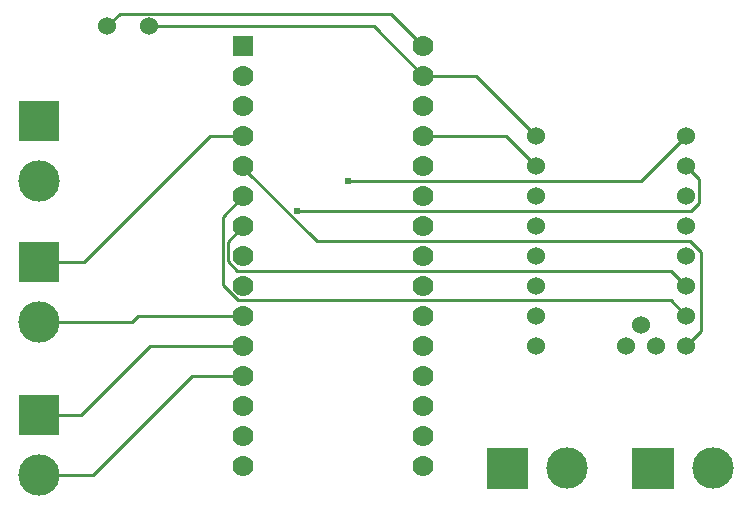
<source format=gtl>
G04 Layer: TopLayer*
G04 EasyEDA v6.4.19.5, 2021-05-06T20:56:21--4:00*
G04 abff795b53f7494696e4529b8d7fc3de,4cc6b0da07df45819412c628e5a569e9,10*
G04 Gerber Generator version 0.2*
G04 Scale: 100 percent, Rotated: No, Reflected: No *
G04 Dimensions in millimeters *
G04 leading zeros omitted , absolute positions ,4 integer and 5 decimal *
%FSLAX45Y45*%
%MOMM*%

%ADD11C,0.2600*%
%ADD12C,0.6100*%
%ADD13C,1.5240*%
%ADD14R,3.4999X3.4999*%
%ADD15C,3.4999*%
%ADD16R,1.7780X1.7780*%
%ADD17C,1.7780*%

%LPD*%
D11*
X4584700Y5448300D02*
G01*
X4312158Y5720842D01*
X2012441Y5720842D01*
X1905000Y5613400D01*
X3060700Y2654300D02*
G01*
X2628900Y2654300D01*
X1790700Y1816100D01*
X1326387Y1816100D01*
X3060700Y2908300D02*
G01*
X2273300Y2908300D01*
X1689100Y2324100D01*
X1530604Y2324100D01*
X3060700Y3162300D02*
G01*
X2171700Y3162300D01*
X2120900Y3111500D01*
X1326387Y3111500D01*
X3060700Y4686300D02*
G01*
X2781300Y4686300D01*
X1714500Y3619500D01*
X1326387Y3619500D01*
X1326387Y2324100D02*
G01*
X1530604Y2324100D01*
X6807200Y4686300D02*
G01*
X6426200Y4305300D01*
X3949700Y4305300D01*
X3511804Y4051300D02*
G01*
X6849618Y4051300D01*
X6915911Y4117594D01*
X6915911Y4323587D01*
X6807200Y4432300D01*
X6807200Y3416300D02*
G01*
X6680200Y3543300D01*
X3007613Y3543300D01*
X2926841Y3624071D01*
X2926841Y3790442D01*
X3060700Y3924300D01*
X3060700Y4178300D02*
G01*
X2884677Y4002023D01*
X2884677Y3424681D01*
X3016504Y3292602D01*
X6676897Y3292602D01*
X6807200Y3162300D01*
X6807200Y2908300D02*
G01*
X6932168Y3033013D01*
X6932168Y3704081D01*
X6838950Y3797300D01*
X3681222Y3797300D01*
X3060700Y4417821D01*
X3060700Y4432300D01*
X4584700Y4686300D02*
G01*
X5283200Y4686300D01*
X5537200Y4432300D01*
X4584700Y5194300D02*
G01*
X5029200Y5194300D01*
X5537200Y4686300D01*
X2260600Y5613400D02*
G01*
X4165600Y5613400D01*
X4584700Y5194300D01*
D13*
G01*
X5537200Y4686300D03*
G01*
X5537200Y4432300D03*
G01*
X5537200Y4178300D03*
G01*
X5537200Y3924300D03*
G01*
X5537200Y3670300D03*
G01*
X5537200Y3416300D03*
G01*
X5537200Y3162300D03*
G01*
X5537200Y2908300D03*
G01*
X6807200Y2908300D03*
G01*
X6807200Y3162300D03*
G01*
X6807200Y3416300D03*
G01*
X6807200Y3670300D03*
G01*
X6807200Y3924300D03*
G01*
X6807200Y4178300D03*
G01*
X6807200Y4432300D03*
G01*
X6807200Y4686300D03*
G01*
X6299200Y2908300D03*
G01*
X6553200Y2908300D03*
G01*
X6426200Y3086100D03*
G01*
X1905000Y5613400D03*
G01*
X2260600Y5613400D03*
D14*
G01*
X1326311Y4813300D03*
D15*
G01*
X1326286Y4305300D03*
D14*
G01*
X1326311Y2324100D03*
D15*
G01*
X1326286Y1816100D03*
D14*
G01*
X1326311Y3619500D03*
D15*
G01*
X1326286Y3111500D03*
G36*
X5120893Y2047392D02*
G01*
X5470906Y2047392D01*
X5470906Y1697405D01*
X5120893Y1697405D01*
G37*
G01*
X5803900Y1872386D03*
D16*
G01*
X3060700Y5448300D03*
D17*
G01*
X3060700Y5194300D03*
G01*
X3060700Y4940300D03*
G01*
X3060700Y4686300D03*
G01*
X3060700Y4432300D03*
G01*
X3060700Y4178300D03*
G01*
X3060700Y3924300D03*
G01*
X3060700Y3670300D03*
G01*
X3060700Y3416300D03*
G01*
X3060700Y3162300D03*
G01*
X3060700Y2908300D03*
G01*
X3060700Y2654300D03*
G01*
X3060700Y2400300D03*
G01*
X3060700Y2146300D03*
G01*
X3060700Y1892300D03*
G01*
X4584700Y5448300D03*
G01*
X4584700Y5194300D03*
G01*
X4584700Y4940300D03*
G01*
X4584700Y4686300D03*
G01*
X4584700Y4432300D03*
G01*
X4584700Y4178300D03*
G01*
X4584700Y3924300D03*
G01*
X4584700Y3670300D03*
G01*
X4584700Y3416300D03*
G01*
X4584700Y3162300D03*
G01*
X4584700Y2908300D03*
G01*
X4584700Y2654300D03*
G01*
X4584700Y2400300D03*
G01*
X4584700Y2146300D03*
G01*
X4584700Y1892300D03*
G36*
X6352793Y2047392D02*
G01*
X6702806Y2047392D01*
X6702806Y1697405D01*
X6352793Y1697405D01*
G37*
D15*
G01*
X7035800Y1872386D03*
D12*
G01*
X3949700Y4305300D03*
G01*
X3511804Y4051300D03*
M02*

</source>
